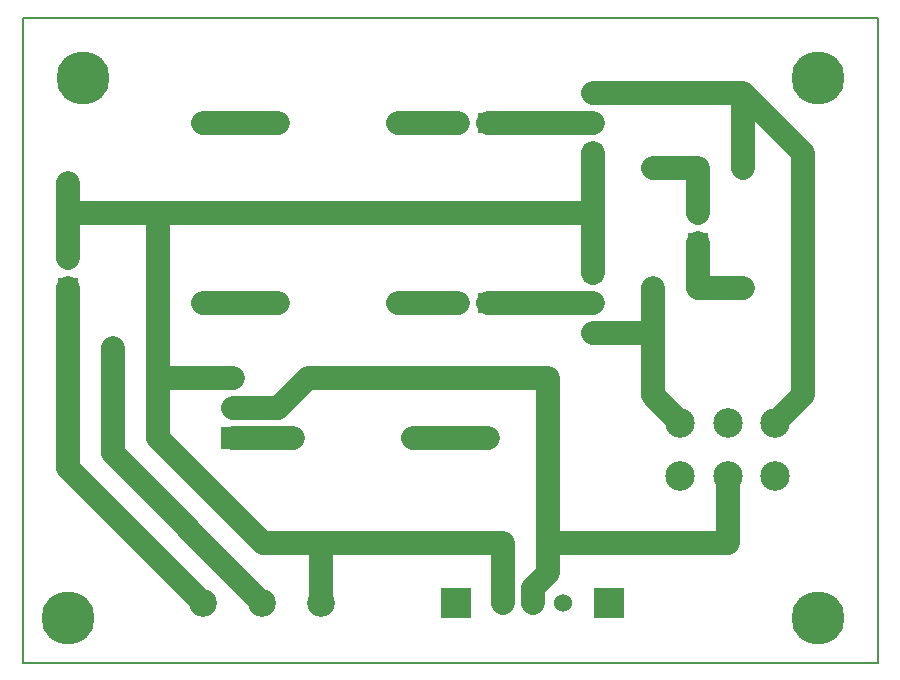
<source format=gbr>
G04 #@! TF.GenerationSoftware,KiCad,Pcbnew,(5.0.0)*
G04 #@! TF.CreationDate,2019-09-02T12:22:21-04:00*
G04 #@! TF.ProjectId,control_led,636F6E74726F6C5F6C65642E6B696361,rev?*
G04 #@! TF.SameCoordinates,Original*
G04 #@! TF.FileFunction,Copper,L2,Bot,Signal*
G04 #@! TF.FilePolarity,Positive*
%FSLAX46Y46*%
G04 Gerber Fmt 4.6, Leading zero omitted, Abs format (unit mm)*
G04 Created by KiCad (PCBNEW (5.0.0)) date 09/02/19 12:22:21*
%MOMM*%
%LPD*%
G01*
G04 APERTURE LIST*
G04 #@! TA.AperFunction,NonConductor*
%ADD10C,0.200000*%
G04 #@! TD*
G04 #@! TA.AperFunction,ComponentPad*
%ADD11C,2.500000*%
G04 #@! TD*
G04 #@! TA.AperFunction,ComponentPad*
%ADD12R,1.700000X1.700000*%
G04 #@! TD*
G04 #@! TA.AperFunction,ComponentPad*
%ADD13O,1.700000X1.700000*%
G04 #@! TD*
G04 #@! TA.AperFunction,ComponentPad*
%ADD14R,0.850000X0.850000*%
G04 #@! TD*
G04 #@! TA.AperFunction,ComponentPad*
%ADD15C,1.500000*%
G04 #@! TD*
G04 #@! TA.AperFunction,ComponentPad*
%ADD16R,1.500000X1.500000*%
G04 #@! TD*
G04 #@! TA.AperFunction,ComponentPad*
%ADD17O,1.600000X1.600000*%
G04 #@! TD*
G04 #@! TA.AperFunction,ComponentPad*
%ADD18C,1.600000*%
G04 #@! TD*
G04 #@! TA.AperFunction,ComponentPad*
%ADD19C,2.340000*%
G04 #@! TD*
G04 #@! TA.AperFunction,ComponentPad*
%ADD20C,1.524000*%
G04 #@! TD*
G04 #@! TA.AperFunction,ComponentPad*
%ADD21R,2.500000X2.500000*%
G04 #@! TD*
G04 #@! TA.AperFunction,ComponentPad*
%ADD22C,1.800000*%
G04 #@! TD*
G04 #@! TA.AperFunction,ComponentPad*
%ADD23R,1.800000X1.800000*%
G04 #@! TD*
G04 #@! TA.AperFunction,ComponentPad*
%ADD24R,2.000000X1.905000*%
G04 #@! TD*
G04 #@! TA.AperFunction,ComponentPad*
%ADD25O,2.000000X1.905000*%
G04 #@! TD*
G04 #@! TA.AperFunction,ComponentPad*
%ADD26C,4.500000*%
G04 #@! TD*
G04 #@! TA.AperFunction,Conductor*
%ADD27C,2.000000*%
G04 #@! TD*
G04 APERTURE END LIST*
D10*
X139700000Y-64770000D02*
X67310000Y-64770000D01*
X139700000Y-119380000D02*
X139700000Y-64770000D01*
X67310000Y-119380000D02*
X139700000Y-119380000D01*
X67310000Y-64770000D02*
X67310000Y-119380000D01*
D11*
G04 #@! TO.P,SW_R_or_G1,6*
G04 #@! TO.N,N/C*
X131000000Y-103560000D03*
G04 #@! TO.P,SW_R_or_G1,2*
G04 #@! TO.N,Net-(QW1-Pad2)*
X127000000Y-103560000D03*
G04 #@! TO.P,SW_R_or_G1,4*
G04 #@! TO.N,N/C*
X123000000Y-103560000D03*
G04 #@! TO.P,SW_R_or_G1,3*
G04 #@! TO.N,Net-(QR1-Pad3)*
X131000000Y-99060000D03*
G04 #@! TO.P,SW_R_or_G1,5*
G04 #@! TO.N,N/C*
X127000000Y-99060000D03*
G04 #@! TO.P,SW_R_or_G1,1*
G04 #@! TO.N,Net-(QG1-Pad3)*
X123000000Y-99060000D03*
G04 #@! TD*
D12*
G04 #@! TO.P,J2,1*
G04 #@! TO.N,Net-(J2-Pad1)*
X71120000Y-87630000D03*
D13*
G04 #@! TO.P,J2,2*
G04 #@! TO.N,Net-(J2-Pad2)*
X71120000Y-85090000D03*
G04 #@! TD*
D14*
G04 #@! TO.P,pi_GPIO_(G+)1,1*
G04 #@! TO.N,Net-(R1-Pad2)*
X82550000Y-88900000D03*
G04 #@! TD*
G04 #@! TO.P,pi_GPIO_(R+)1,1*
G04 #@! TO.N,Net-(R3-Pad1)*
X82550000Y-73660000D03*
G04 #@! TD*
G04 #@! TO.P,pi_GPIO_(W+)1,1*
G04 #@! TO.N,Net-(R5-Pad1)*
X106680000Y-100330000D03*
G04 #@! TD*
D15*
G04 #@! TO.P,QG1,2*
G04 #@! TO.N,Net-(QG1-Pad2)*
X115570000Y-88900000D03*
G04 #@! TO.P,QG1,3*
G04 #@! TO.N,Net-(QG1-Pad3)*
X115570000Y-91440000D03*
D16*
G04 #@! TO.P,QG1,1*
G04 #@! TO.N,Net-(J2-Pad2)*
X115570000Y-86360000D03*
G04 #@! TD*
D15*
G04 #@! TO.P,QR1,2*
G04 #@! TO.N,Net-(QR1-Pad2)*
X115570000Y-73660000D03*
G04 #@! TO.P,QR1,3*
G04 #@! TO.N,Net-(QR1-Pad3)*
X115570000Y-71120000D03*
D16*
G04 #@! TO.P,QR1,1*
G04 #@! TO.N,Net-(J2-Pad2)*
X115570000Y-76200000D03*
G04 #@! TD*
D17*
G04 #@! TO.P,R1,2*
G04 #@! TO.N,Net-(R1-Pad2)*
X88900000Y-88900000D03*
D18*
G04 #@! TO.P,R1,1*
G04 #@! TO.N,Net-(R1-Pad1)*
X99060000Y-88900000D03*
G04 #@! TD*
G04 #@! TO.P,R2,1*
G04 #@! TO.N,Net-(R2-Pad1)*
X120650000Y-77470000D03*
D17*
G04 #@! TO.P,R2,2*
G04 #@! TO.N,Net-(QG1-Pad3)*
X120650000Y-87630000D03*
G04 #@! TD*
G04 #@! TO.P,R3,2*
G04 #@! TO.N,Net-(R3-Pad2)*
X99060000Y-73660000D03*
D18*
G04 #@! TO.P,R3,1*
G04 #@! TO.N,Net-(R3-Pad1)*
X88900000Y-73660000D03*
G04 #@! TD*
D17*
G04 #@! TO.P,R4,2*
G04 #@! TO.N,Net-(QR1-Pad3)*
X128270000Y-77470000D03*
D18*
G04 #@! TO.P,R4,1*
G04 #@! TO.N,Net-(R4-Pad1)*
X128270000Y-87630000D03*
G04 #@! TD*
G04 #@! TO.P,R5,1*
G04 #@! TO.N,Net-(R5-Pad1)*
X100330000Y-100330000D03*
D17*
G04 #@! TO.P,R5,2*
G04 #@! TO.N,Net-(QW1-Pad1)*
X90170000Y-100330000D03*
G04 #@! TD*
D19*
G04 #@! TO.P,RV_white1,3*
G04 #@! TO.N,Net-(J2-Pad2)*
X92550000Y-114300000D03*
G04 #@! TO.P,RV_white1,2*
G04 #@! TO.N,Net-(RV_white1-Pad2)*
X87550000Y-114300000D03*
G04 #@! TO.P,RV_white1,1*
G04 #@! TO.N,Net-(J2-Pad1)*
X82550000Y-114300000D03*
G04 #@! TD*
D20*
G04 #@! TO.P,SW_all1,1*
G04 #@! TO.N,Net-(J2-Pad2)*
X107950000Y-114300000D03*
G04 #@! TO.P,SW_all1,2*
G04 #@! TO.N,Net-(QW1-Pad2)*
X110490000Y-114300000D03*
G04 #@! TO.P,SW_all1,3*
G04 #@! TO.N,N/C*
X113030000Y-114300000D03*
D21*
G04 #@! TO.P,SW_all1,4*
X116990000Y-114300000D03*
X103990000Y-114300000D03*
G04 #@! TD*
D14*
G04 #@! TO.P,to(Pi_GND)1,1*
G04 #@! TO.N,Net-(J2-Pad2)*
X71120000Y-78740000D03*
G04 #@! TD*
G04 #@! TO.P,to_RG_(+)1,1*
G04 #@! TO.N,Net-(J2-Pad1)*
X71120000Y-92710000D03*
G04 #@! TD*
G04 #@! TO.P,to_White(+)1,1*
G04 #@! TO.N,Net-(RV_white1-Pad2)*
X74930000Y-92710000D03*
G04 #@! TD*
G04 #@! TO.P,W_light(-)1,1*
G04 #@! TO.N,Net-(QW1-Pad2)*
X106680000Y-95250000D03*
G04 #@! TD*
D22*
G04 #@! TO.P,mini_G1,2*
G04 #@! TO.N,Net-(R1-Pad1)*
X104140000Y-88900000D03*
D23*
G04 #@! TO.P,mini_G1,1*
G04 #@! TO.N,Net-(QG1-Pad2)*
X106680000Y-88900000D03*
G04 #@! TD*
G04 #@! TO.P,mini_R1,1*
G04 #@! TO.N,Net-(QR1-Pad2)*
X106680000Y-73660000D03*
D22*
G04 #@! TO.P,mini_R1,2*
G04 #@! TO.N,Net-(R3-Pad2)*
X104140000Y-73660000D03*
G04 #@! TD*
D24*
G04 #@! TO.P,QW1,1*
G04 #@! TO.N,Net-(QW1-Pad1)*
X85090000Y-100330000D03*
D25*
G04 #@! TO.P,QW1,2*
G04 #@! TO.N,Net-(QW1-Pad2)*
X85090000Y-97790000D03*
G04 #@! TO.P,QW1,3*
G04 #@! TO.N,Net-(J2-Pad2)*
X85090000Y-95250000D03*
G04 #@! TD*
D26*
G04 #@! TO.P,MH1,1*
G04 #@! TO.N,N/C*
X71120000Y-115570000D03*
G04 #@! TD*
G04 #@! TO.P,MH2,1*
G04 #@! TO.N,N/C*
X72390000Y-69850000D03*
G04 #@! TD*
G04 #@! TO.P,MH3,1*
G04 #@! TO.N,N/C*
X134620000Y-69850000D03*
G04 #@! TD*
G04 #@! TO.P,MH4,1*
G04 #@! TO.N,N/C*
X134620000Y-115570000D03*
G04 #@! TD*
D12*
G04 #@! TO.P,RG_light_(-)1,1*
G04 #@! TO.N,Net-(R4-Pad1)*
X124460000Y-83820000D03*
D13*
G04 #@! TO.P,RG_light_(-)1,2*
G04 #@! TO.N,Net-(R2-Pad1)*
X124460000Y-81280000D03*
G04 #@! TD*
D27*
G04 #@! TO.N,Net-(J2-Pad1)*
X71120000Y-87630000D02*
X71120000Y-92710000D01*
X71120000Y-92710000D02*
X71120000Y-102870000D01*
X71120000Y-102870000D02*
X82550000Y-114300000D01*
G04 #@! TO.N,Net-(R4-Pad1)*
X128270000Y-87630000D02*
X124460000Y-87630000D01*
X124460000Y-87630000D02*
X124460000Y-83820000D01*
G04 #@! TO.N,Net-(R5-Pad1)*
X100330000Y-100330000D02*
X106680000Y-100330000D01*
G04 #@! TO.N,Net-(R3-Pad1)*
X88900000Y-73660000D02*
X82550000Y-73660000D01*
G04 #@! TO.N,Net-(QG1-Pad2)*
X115570000Y-88900000D02*
X106680000Y-88900000D01*
G04 #@! TO.N,Net-(QG1-Pad3)*
X115570000Y-91440000D02*
X120650000Y-91440000D01*
X120650000Y-96710000D02*
X123000000Y-99060000D01*
X120650000Y-91440000D02*
X120650000Y-96710000D01*
X120650000Y-91440000D02*
X120650000Y-87630000D01*
G04 #@! TO.N,Net-(J2-Pad2)*
X115570000Y-81280000D02*
X115570000Y-76200000D01*
X115570000Y-86360000D02*
X115570000Y-81280000D01*
X71120000Y-78740000D02*
X71120000Y-81280000D01*
X71120000Y-81280000D02*
X71120000Y-85090000D01*
X107950000Y-109220000D02*
X107950000Y-114300000D01*
X92710000Y-109220000D02*
X95250000Y-109220000D01*
X107950000Y-109220000D02*
X95250000Y-109220000D01*
X95250000Y-109220000D02*
X93980000Y-109220000D01*
X92550000Y-114300000D02*
X92550000Y-110490000D01*
X92550000Y-110490000D02*
X92550000Y-109380000D01*
X85090000Y-95250000D02*
X78740000Y-95250000D01*
X78740000Y-95250000D02*
X78740000Y-81280000D01*
X92710000Y-109220000D02*
X92550000Y-109380000D01*
X78740000Y-81280000D02*
X71120000Y-81280000D01*
X87630000Y-109220000D02*
X92710000Y-109220000D01*
X78740000Y-95250000D02*
X78740000Y-100330000D01*
X78740000Y-100330000D02*
X87630000Y-109220000D01*
X115570000Y-81280000D02*
X78740000Y-81280000D01*
G04 #@! TO.N,Net-(QR1-Pad2)*
X115570000Y-73660000D02*
X106680000Y-73660000D01*
G04 #@! TO.N,Net-(QR1-Pad3)*
X115570000Y-71120000D02*
X119380000Y-71120000D01*
X119380000Y-71120000D02*
X120650000Y-71120000D01*
X120650000Y-71120000D02*
X125730000Y-71120000D01*
X128270000Y-71120000D02*
X128270000Y-77470000D01*
X120650000Y-71120000D02*
X128270000Y-71120000D01*
X128270000Y-71120000D02*
X132080000Y-74930000D01*
X131000000Y-99060000D02*
X133350000Y-96710000D01*
X133350000Y-76200000D02*
X132080000Y-74930000D01*
X133350000Y-96710000D02*
X133350000Y-76200000D01*
G04 #@! TO.N,Net-(QW1-Pad1)*
X85090000Y-100330000D02*
X90170000Y-100330000D01*
G04 #@! TO.N,Net-(QW1-Pad2)*
X88900000Y-97790000D02*
X85090000Y-97790000D01*
X106680000Y-95250000D02*
X91440000Y-95250000D01*
X91440000Y-95250000D02*
X88900000Y-97790000D01*
X106680000Y-95250000D02*
X111760000Y-95250000D01*
X110490000Y-114300000D02*
X110490000Y-113030000D01*
X111760000Y-95250000D02*
X111760000Y-106680000D01*
X110490000Y-113030000D02*
X111760000Y-111760000D01*
X111760000Y-111760000D02*
X111760000Y-109220000D01*
X111760000Y-106680000D02*
X111760000Y-109220000D01*
X127000000Y-109220000D02*
X127000000Y-103560000D01*
X111760000Y-109220000D02*
X127000000Y-109220000D01*
G04 #@! TO.N,Net-(RV_white1-Pad2)*
X74930000Y-92710000D02*
X74930000Y-101600000D01*
X74930000Y-101600000D02*
X81280000Y-107950000D01*
X81280000Y-108030000D02*
X87550000Y-114300000D01*
X81280000Y-107950000D02*
X81280000Y-108030000D01*
G04 #@! TO.N,Net-(R1-Pad1)*
X104140000Y-88900000D02*
X99060000Y-88900000D01*
G04 #@! TO.N,Net-(R3-Pad2)*
X99060000Y-73660000D02*
X104140000Y-73660000D01*
G04 #@! TO.N,Net-(R1-Pad2)*
X88900000Y-88900000D02*
X82550000Y-88900000D01*
G04 #@! TO.N,Net-(R2-Pad1)*
X120650000Y-77470000D02*
X124460000Y-77470000D01*
X124460000Y-77470000D02*
X124460000Y-81280000D01*
G04 #@! TD*
M02*

</source>
